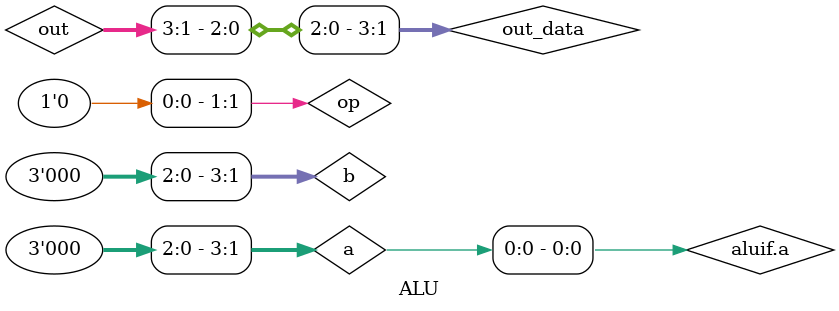
<source format=sv>
typedef enum {ADD_op=0, XOR_op=1, AND_op=2, OR_op=3} operation_t;

module ALU(
    alu_if.DUT aluif
);
    logic [3:0] a;
    logic [3:0] b;
    logic [1:0] op;
    logic       c;
    logic [3:0] out;

    // connecting interface signals to internal signals
    assign a = aluif.a;
    assign b = aluif.b;
    assign op = aluif.op;
    assign aluif.c = c;
    assign aluif.out = out;

    reg [4:0] out_data;
    assign {c, out} = out_data;
    
    always @(a, b, op) begin
        case ({a, b, op})
            10'b0000000000: out_data = 5'b01010;
            10'b0000000001: out_data = 5'b00111;
            10'b0000000010: out_data = 5'b01010;
            10'b0000000011: out_data = 5'b00000;
            10'b0000000100: out_data = 5'b00111;
            10'b0000000101: out_data = 5'b01110;
            10'b0000000110: out_data = 5'b00000;
            10'b0000000111: out_data = 5'b00110;
            10'b0000001000: out_data = 5'b00010;
            10'b0000001001: out_data = 5'b00010;
            10'b0000001010: out_data = 5'b00000;
            10'b0000001011: out_data = 5'b00010;
            10'b0000001100: out_data = 5'b00011;
            10'b0000001101: out_data = 5'b00011;
            10'b0000001110: out_data = 5'b10001;
            10'b0000001111: out_data = 5'b00011;
            10'b0000010000: out_data = 5'b00100;
            10'b0000010001: out_data = 5'b00100;
            10'b0000010010: out_data = 5'b00000;
            10'b0000010011: out_data = 5'b01000;
            10'b0000010100: out_data = 5'b00101;
            10'b0000010101: out_data = 5'b00101;
            10'b0000010110: out_data = 5'b00000;
            10'b0000010111: out_data = 5'b00111;
            10'b0000011000: out_data = 5'b00110;
            10'b0000011001: out_data = 5'b00110;
            10'b0000011010: out_data = 5'b00000;
            10'b0000011011: out_data = 5'b00110;
            10'b0000011100: out_data = 5'b00111;
            10'b0000011101: out_data = 5'b11111;
            10'b0000011110: out_data = 5'b00000;
            10'b0000011111: out_data = 5'b11000;
            10'b0000100000: out_data = 5'b01000;
            10'b0000100001: out_data = 5'b01100;
            10'b0000100010: out_data = 5'b00000;
            10'b0000100011: out_data = 5'b01000;
            10'b0000100100: out_data = 5'b01001;
            10'b0000100101: out_data = 5'b01001;
            10'b0000100110: out_data = 5'b00000;
            10'b0000100111: out_data = 5'b01001;
            10'b0000101000: out_data = 5'b10010;
            10'b0000101001: out_data = 5'b01010;
            10'b0000101010: out_data = 5'b10100;
            10'b0000101011: out_data = 5'b01010;
            10'b0000101100: out_data = 5'b01011;
            10'b0000101101: out_data = 5'b01011;
            10'b0000101110: out_data = 5'b00000;
            10'b0000101111: out_data = 5'b01011;
            10'b0000110000: out_data = 5'b01100;
            10'b0000110001: out_data = 5'b01100;
            10'b0000110010: out_data = 5'b00000;
            10'b0000110011: out_data = 5'b11000;
            10'b0000110100: out_data = 5'b01101;
            10'b0000110101: out_data = 5'b00010;
            10'b0000110110: out_data = 5'b10011;
            10'b0000110111: out_data = 5'b01101;
            10'b0000111000: out_data = 5'b01110;
            10'b0000111001: out_data = 5'b01110;
            10'b0000111010: out_data = 5'b00000;
            10'b0000111011: out_data = 5'b00110;
            10'b0000111100: out_data = 5'b10100;
            10'b0000111101: out_data = 5'b11001;
            10'b0000111110: out_data = 5'b01110;
            10'b0000111111: out_data = 5'b01111;
            10'b0001000000: out_data = 5'b10011;
            10'b0001000001: out_data = 5'b00001;
            10'b0001000010: out_data = 5'b00000;
            10'b0001000011: out_data = 5'b00001;
            10'b0001000100: out_data = 5'b00010;
            10'b0001000101: out_data = 5'b00000;
            10'b0001000110: out_data = 5'b00001;
            10'b0001000111: out_data = 5'b11010;
            10'b0001001000: out_data = 5'b00011;
            10'b0001001001: out_data = 5'b00011;
            10'b0001001010: out_data = 5'b00100;
            10'b0001001011: out_data = 5'b10101;
            10'b0001001100: out_data = 5'b00100;
            10'b0001001101: out_data = 5'b00000;
            10'b0001001110: out_data = 5'b00001;
            10'b0001001111: out_data = 5'b00011;
            10'b0001010000: out_data = 5'b10110;
            10'b0001010001: out_data = 5'b00101;
            10'b0001010010: out_data = 5'b00000;
            10'b0001010011: out_data = 5'b01010;
            10'b0001010100: out_data = 5'b00110;
            10'b0001010101: out_data = 5'b01010;
            10'b0001010110: out_data = 5'b00001;
            10'b0001010111: out_data = 5'b00101;
            10'b0001011000: out_data = 5'b11100;
            10'b0001011001: out_data = 5'b00111;
            10'b0001011010: out_data = 5'b00000;
            10'b0001011011: out_data = 5'b00111;
            10'b0001011100: out_data = 5'b01000;
            10'b0001011101: out_data = 5'b00110;
            10'b0001011110: out_data = 5'b00001;
            10'b0001011111: out_data = 5'b00111;
            10'b0001100000: out_data = 5'b01001;
            10'b0001100001: out_data = 5'b01001;
            10'b0001100010: out_data = 5'b11111;
            10'b0001100011: out_data = 5'b00000;
            10'b0001100100: out_data = 5'b00001;
            10'b0001100101: out_data = 5'b01000;
            10'b0001100110: out_data = 5'b00001;
            10'b0001100111: out_data = 5'b00101;
            10'b0001101000: out_data = 5'b10110;
            10'b0001101001: out_data = 5'b01001;
            10'b0001101010: out_data = 5'b00000;
            10'b0001101011: out_data = 5'b01011;
            10'b0001101100: out_data = 5'b01100;
            10'b0001101101: out_data = 5'b01010;
            10'b0001101110: out_data = 5'b00110;
            10'b0001101111: out_data = 5'b01011;
            10'b0001110000: out_data = 5'b01101;
            10'b0001110001: out_data = 5'b01101;
            10'b0001110010: out_data = 5'b10001;
            10'b0001110011: out_data = 5'b11001;
            10'b0001110100: out_data = 5'b01110;
            10'b0001110101: out_data = 5'b01100;
            10'b0001110110: out_data = 5'b00001;
            10'b0001110111: out_data = 5'b10000;
            10'b0001111000: out_data = 5'b01111;
            10'b0001111001: out_data = 5'b00010;
            10'b0001111010: out_data = 5'b00000;
            10'b0001111011: out_data = 5'b01111;
            10'b0001111100: out_data = 5'b10000;
            10'b0001111101: out_data = 5'b01110;
            10'b0001111110: out_data = 5'b11001;
            10'b0001111111: out_data = 5'b11100;
            10'b0010000000: out_data = 5'b00010;
            10'b0010000001: out_data = 5'b00010;
            10'b0010000010: out_data = 5'b11111;
            10'b0010000011: out_data = 5'b00010;
            10'b0010000100: out_data = 5'b00011;
            10'b0010000101: out_data = 5'b00011;
            10'b0010000110: out_data = 5'b00000;
            10'b0010000111: out_data = 5'b00011;
            10'b0010001000: out_data = 5'b00100;
            10'b0010001001: out_data = 5'b10011;
            10'b0010001010: out_data = 5'b11110;
            10'b0010001011: out_data = 5'b00010;
            10'b0010001100: out_data = 5'b00101;
            10'b0010001101: out_data = 5'b11000;
            10'b0010001110: out_data = 5'b00010;
            10'b0010001111: out_data = 5'b01010;
            10'b0010010000: out_data = 5'b00110;
            10'b0010010001: out_data = 5'b00110;
            10'b0010010010: out_data = 5'b10000;
            10'b0010010011: out_data = 5'b00110;
            10'b0010010100: out_data = 5'b10001;
            10'b0010010101: out_data = 5'b00111;
            10'b0010010110: out_data = 5'b00000;
            10'b0010010111: out_data = 5'b00111;
            10'b0010011000: out_data = 5'b01000;
            10'b0010011001: out_data = 5'b00100;
            10'b0010011010: out_data = 5'b10001;
            10'b0010011011: out_data = 5'b00110;
            10'b0010011100: out_data = 5'b01001;
            10'b0010011101: out_data = 5'b00101;
            10'b0010011110: out_data = 5'b00010;
            10'b0010011111: out_data = 5'b00111;
            10'b0010100000: out_data = 5'b00111;
            10'b0010100001: out_data = 5'b01010;
            10'b0010100010: out_data = 5'b00000;
            10'b0010100011: out_data = 5'b01010;
            10'b0010100100: out_data = 5'b01011;
            10'b0010100101: out_data = 5'b01011;
            10'b0010100110: out_data = 5'b00000;
            10'b0010100111: out_data = 5'b10001;
            10'b0010101000: out_data = 5'b01100;
            10'b0010101001: out_data = 5'b01000;
            10'b0010101010: out_data = 5'b00010;
            10'b0010101011: out_data = 5'b01010;
            10'b0010101100: out_data = 5'b00111;
            10'b0010101101: out_data = 5'b01001;
            10'b0010101110: out_data = 5'b00101;
            10'b0010101111: out_data = 5'b10000;
            10'b0010110000: out_data = 5'b01110;
            10'b0010110001: out_data = 5'b01110;
            10'b0010110010: out_data = 5'b00000;
            10'b0010110011: out_data = 5'b00010;
            10'b0010110100: out_data = 5'b01101;
            10'b0010110101: out_data = 5'b01111;
            10'b0010110110: out_data = 5'b00000;
            10'b0010110111: out_data = 5'b11111;
            10'b0010111000: out_data = 5'b00101;
            10'b0010111001: out_data = 5'b01100;
            10'b0010111010: out_data = 5'b11101;
            10'b0010111011: out_data = 5'b01110;
            10'b0010111100: out_data = 5'b10001;
            10'b0010111101: out_data = 5'b10100;
            10'b0010111110: out_data = 5'b00010;
            10'b0010111111: out_data = 5'b01111;
            10'b0011000000: out_data = 5'b00011;
            10'b0011000001: out_data = 5'b01111;
            10'b0011000010: out_data = 5'b01110;
            10'b0011000011: out_data = 5'b00011;
            10'b0011000100: out_data = 5'b00100;
            10'b0011000101: out_data = 5'b00010;
            10'b0011000110: out_data = 5'b00001;
            10'b0011000111: out_data = 5'b00011;
            10'b0011001000: out_data = 5'b00101;
            10'b0011001001: out_data = 5'b01101;
            10'b0011001010: out_data = 5'b00010;
            10'b0011001011: out_data = 5'b01101;
            10'b0011001100: out_data = 5'b00110;
            10'b0011001101: out_data = 5'b00000;
            10'b0011001110: out_data = 5'b00010;
            10'b0011001111: out_data = 5'b00011;
            10'b0011010000: out_data = 5'b11101;
            10'b0011010001: out_data = 5'b00111;
            10'b0011010010: out_data = 5'b00000;
            10'b0011010011: out_data = 5'b11111;
            10'b0011010100: out_data = 5'b00110;
            10'b0011010101: out_data = 5'b00110;
            10'b0011010110: out_data = 5'b00001;
            10'b0011010111: out_data = 5'b11100;
            10'b0011011000: out_data = 5'b01001;
            10'b0011011001: out_data = 5'b00011;
            10'b0011011010: out_data = 5'b00010;
            10'b0011011011: out_data = 5'b10010;
            10'b0011011100: out_data = 5'b01010;
            10'b0011011101: out_data = 5'b00100;
            10'b0011011110: out_data = 5'b00011;
            10'b0011011111: out_data = 5'b01011;
            10'b0011100000: out_data = 5'b01011;
            10'b0011100001: out_data = 5'b10010;
            10'b0011100010: out_data = 5'b00000;
            10'b0011100011: out_data = 5'b11011;
            10'b0011100100: out_data = 5'b01100;
            10'b0011100101: out_data = 5'b01010;
            10'b0011100110: out_data = 5'b00001;
            10'b0011100111: out_data = 5'b01011;
            10'b0011101000: out_data = 5'b01101;
            10'b0011101001: out_data = 5'b01001;
            10'b0011101010: out_data = 5'b00010;
            10'b0011101011: out_data = 5'b01011;
            10'b0011101100: out_data = 5'b01110;
            10'b0011101101: out_data = 5'b00011;
            10'b0011101110: out_data = 5'b00011;
            10'b0011101111: out_data = 5'b01011;
            10'b0011110000: out_data = 5'b01111;
            10'b0011110001: out_data = 5'b01111;
            10'b0011110010: out_data = 5'b00000;
            10'b0011110011: out_data = 5'b01111;
            10'b0011110100: out_data = 5'b10000;
            10'b0011110101: out_data = 5'b01110;
            10'b0011110110: out_data = 5'b00001;
            10'b0011110111: out_data = 5'b01111;
            10'b0011111000: out_data = 5'b11011;
            10'b0011111001: out_data = 5'b01101;
            10'b0011111010: out_data = 5'b00010;
            10'b0011111011: out_data = 5'b01111;
            10'b0011111100: out_data = 5'b10010;
            10'b0011111101: out_data = 5'b01100;
            10'b0011111110: out_data = 5'b00011;
            10'b0011111111: out_data = 5'b01111;
            10'b0100000000: out_data = 5'b00100;
            10'b0100000001: out_data = 5'b00001;
            10'b0100000010: out_data = 5'b00000;
            10'b0100000011: out_data = 5'b00100;
            10'b0100000100: out_data = 5'b00101;
            10'b0100000101: out_data = 5'b00101;
            10'b0100000110: out_data = 5'b00000;
            10'b0100000111: out_data = 5'b00101;
            10'b0100001000: out_data = 5'b11111;
            10'b0100001001: out_data = 5'b00110;
            10'b0100001010: out_data = 5'b00100;
            10'b0100001011: out_data = 5'b00110;
            10'b0100001100: out_data = 5'b00111;
            10'b0100001101: out_data = 5'b10010;
            10'b0100001110: out_data = 5'b00000;
            10'b0100001111: out_data = 5'b00111;
            10'b0100010000: out_data = 5'b00000;
            10'b0100010001: out_data = 5'b01110;
            10'b0100010010: out_data = 5'b00100;
            10'b0100010011: out_data = 5'b00100;
            10'b0100010100: out_data = 5'b01001;
            10'b0100010101: out_data = 5'b00001;
            10'b0100010110: out_data = 5'b00100;
            10'b0100010111: out_data = 5'b00101;
            10'b0100011000: out_data = 5'b01010;
            10'b0100011001: out_data = 5'b00010;
            10'b0100011010: out_data = 5'b00100;
            10'b0100011011: out_data = 5'b10011;
            10'b0100011100: out_data = 5'b01111;
            10'b0100011101: out_data = 5'b11001;
            10'b0100011110: out_data = 5'b11001;
            10'b0100011111: out_data = 5'b00111;
            10'b0100100000: out_data = 5'b01100;
            10'b0100100001: out_data = 5'b01100;
            10'b0100100010: out_data = 5'b00101;
            10'b0100100011: out_data = 5'b01100;
            10'b0100100100: out_data = 5'b01101;
            10'b0100100101: out_data = 5'b01101;
            10'b0100100110: out_data = 5'b01100;
            10'b0100100111: out_data = 5'b01101;
            10'b0100101000: out_data = 5'b01110;
            10'b0100101001: out_data = 5'b11101;
            10'b0100101010: out_data = 5'b00000;
            10'b0100101011: out_data = 5'b01110;
            10'b0100101100: out_data = 5'b01111;
            10'b0100101101: out_data = 5'b01111;
            10'b0100101110: out_data = 5'b00000;
            10'b0100101111: out_data = 5'b01100;
            10'b0100110000: out_data = 5'b10000;
            10'b0100110001: out_data = 5'b01000;
            10'b0100110010: out_data = 5'b00100;
            10'b0100110011: out_data = 5'b01110;
            10'b0100110100: out_data = 5'b10001;
            10'b0100110101: out_data = 5'b01001;
            10'b0100110110: out_data = 5'b00100;
            10'b0100110111: out_data = 5'b01001;
            10'b0100111000: out_data = 5'b01000;
            10'b0100111001: out_data = 5'b01010;
            10'b0100111010: out_data = 5'b00100;
            10'b0100111011: out_data = 5'b01001;
            10'b0100111100: out_data = 5'b10011;
            10'b0100111101: out_data = 5'b01011;
            10'b0100111110: out_data = 5'b00100;
            10'b0100111111: out_data = 5'b01111;
            10'b0101000000: out_data = 5'b00101;
            10'b0101000001: out_data = 5'b00101;
            10'b0101000010: out_data = 5'b00000;
            10'b0101000011: out_data = 5'b10110;
            10'b0101000100: out_data = 5'b00110;
            10'b0101000101: out_data = 5'b00100;
            10'b0101000110: out_data = 5'b00001;
            10'b0101000111: out_data = 5'b00101;
            10'b0101001000: out_data = 5'b01100;
            10'b0101001001: out_data = 5'b00111;
            10'b0101001010: out_data = 5'b00000;
            10'b0101001011: out_data = 5'b00111;
            10'b0101001100: out_data = 5'b01000;
            10'b0101001101: out_data = 5'b01010;
            10'b0101001110: out_data = 5'b00001;
            10'b0101001111: out_data = 5'b00111;
            10'b0101010000: out_data = 5'b01001;
            10'b0101010001: out_data = 5'b00001;
            10'b0101010010: out_data = 5'b11100;
            10'b0101010011: out_data = 5'b01111;
            10'b0101010100: out_data = 5'b01010;
            10'b0101010101: out_data = 5'b00000;
            10'b0101010110: out_data = 5'b00101;
            10'b0101010111: out_data = 5'b00101;
            10'b0101011000: out_data = 5'b01011;
            10'b0101011001: out_data = 5'b00011;
            10'b0101011010: out_data = 5'b00100;
            10'b0101011011: out_data = 5'b00111;
            10'b0101011100: out_data = 5'b00110;
            10'b0101011101: out_data = 5'b00010;
            10'b0101011110: out_data = 5'b10011;
            10'b0101011111: out_data = 5'b00111;
            10'b0101100000: out_data = 5'b01101;
            10'b0101100001: out_data = 5'b10010;
            10'b0101100010: out_data = 5'b11000;
            10'b0101100011: out_data = 5'b01101;
            10'b0101100100: out_data = 5'b01110;
            10'b0101100101: out_data = 5'b01100;
            10'b0101100110: out_data = 5'b00001;
            10'b0101100111: out_data = 5'b11111;
            10'b0101101000: out_data = 5'b01100;
            10'b0101101001: out_data = 5'b11000;
            10'b0101101010: out_data = 5'b00000;
            10'b0101101011: out_data = 5'b01111;
            10'b0101101100: out_data = 5'b10000;
            10'b0101101101: out_data = 5'b01110;
            10'b0101101110: out_data = 5'b00001;
            10'b0101101111: out_data = 5'b01111;
            10'b0101110000: out_data = 5'b10001;
            10'b0101110001: out_data = 5'b10110;
            10'b0101110010: out_data = 5'b00100;
            10'b0101110011: out_data = 5'b01101;
            10'b0101110100: out_data = 5'b10010;
            10'b0101110101: out_data = 5'b11010;
            10'b0101110110: out_data = 5'b00101;
            10'b0101110111: out_data = 5'b01101;
            10'b0101111000: out_data = 5'b10011;
            10'b0101111001: out_data = 5'b11101;
            10'b0101111010: out_data = 5'b00100;
            10'b0101111011: out_data = 5'b01111;
            10'b0101111100: out_data = 5'b10100;
            10'b0101111101: out_data = 5'b10010;
            10'b0101111110: out_data = 5'b00101;
            10'b0101111111: out_data = 5'b01111;
            10'b0110000000: out_data = 5'b00110;
            10'b0110000001: out_data = 5'b00110;
            10'b0110000010: out_data = 5'b11001;
            10'b0110000011: out_data = 5'b00110;
            10'b0110000100: out_data = 5'b00111;
            10'b0110000101: out_data = 5'b00000;
            10'b0110000110: out_data = 5'b10111;
            10'b0110000111: out_data = 5'b00111;
            10'b0110001000: out_data = 5'b10001;
            10'b0110001001: out_data = 5'b00100;
            10'b0110001010: out_data = 5'b00010;
            10'b0110001011: out_data = 5'b00110;
            10'b0110001100: out_data = 5'b01001;
            10'b0110001101: out_data = 5'b01100;
            10'b0110001110: out_data = 5'b00010;
            10'b0110001111: out_data = 5'b00111;
            10'b0110010000: out_data = 5'b01010;
            10'b0110010001: out_data = 5'b00010;
            10'b0110010010: out_data = 5'b00100;
            10'b0110010011: out_data = 5'b00110;
            10'b0110010100: out_data = 5'b01011;
            10'b0110010101: out_data = 5'b00011;
            10'b0110010110: out_data = 5'b01011;
            10'b0110010111: out_data = 5'b00111;
            10'b0110011000: out_data = 5'b01100;
            10'b0110011001: out_data = 5'b11100;
            10'b0110011010: out_data = 5'b00110;
            10'b0110011011: out_data = 5'b00110;
            10'b0110011100: out_data = 5'b01101;
            10'b0110011101: out_data = 5'b01011;
            10'b0110011110: out_data = 5'b00110;
            10'b0110011111: out_data = 5'b00111;
            10'b0110100000: out_data = 5'b01110;
            10'b0110100001: out_data = 5'b01110;
            10'b0110100010: out_data = 5'b10011;
            10'b0110100011: out_data = 5'b00110;
            10'b0110100100: out_data = 5'b01111;
            10'b0110100101: out_data = 5'b01111;
            10'b0110100110: out_data = 5'b00000;
            10'b0110100111: out_data = 5'b01111;
            10'b0110101000: out_data = 5'b10000;
            10'b0110101001: out_data = 5'b01100;
            10'b0110101010: out_data = 5'b00010;
            10'b0110101011: out_data = 5'b01110;
            10'b0110101100: out_data = 5'b10001;
            10'b0110101101: out_data = 5'b01101;
            10'b0110101110: out_data = 5'b00011;
            10'b0110101111: out_data = 5'b01111;
            10'b0110110000: out_data = 5'b10010;
            10'b0110110001: out_data = 5'b01010;
            10'b0110110010: out_data = 5'b00100;
            10'b0110110011: out_data = 5'b11001;
            10'b0110110100: out_data = 5'b10011;
            10'b0110110101: out_data = 5'b01011;
            10'b0110110110: out_data = 5'b00100;
            10'b0110110111: out_data = 5'b01111;
            10'b0110111000: out_data = 5'b10100;
            10'b0110111001: out_data = 5'b01000;
            10'b0110111010: out_data = 5'b00010;
            10'b0110111011: out_data = 5'b01110;
            10'b0110111100: out_data = 5'b00010;
            10'b0110111101: out_data = 5'b00000;
            10'b0110111110: out_data = 5'b00110;
            10'b0110111111: out_data = 5'b01111;
            10'b0111000000: out_data = 5'b11010;
            10'b0111000001: out_data = 5'b01110;
            10'b0111000010: out_data = 5'b00000;
            10'b0111000011: out_data = 5'b00111;
            10'b0111000100: out_data = 5'b01000;
            10'b0111000101: out_data = 5'b00110;
            10'b0111000110: out_data = 5'b01011;
            10'b0111000111: out_data = 5'b00111;
            10'b0111001000: out_data = 5'b01001;
            10'b0111001001: out_data = 5'b00101;
            10'b0111001010: out_data = 5'b00011;
            10'b0111001011: out_data = 5'b00111;
            10'b0111001100: out_data = 5'b01010;
            10'b0111001101: out_data = 5'b00100;
            10'b0111001110: out_data = 5'b00011;
            10'b0111001111: out_data = 5'b00111;
            10'b0111010000: out_data = 5'b01011;
            10'b0111010001: out_data = 5'b00011;
            10'b0111010010: out_data = 5'b10010;
            10'b0111010011: out_data = 5'b10110;
            10'b0111010100: out_data = 5'b01100;
            10'b0111010101: out_data = 5'b00010;
            10'b0111010110: out_data = 5'b11010;
            10'b0111010111: out_data = 5'b11111;
            10'b0111011000: out_data = 5'b11001;
            10'b0111011001: out_data = 5'b00001;
            10'b0111011010: out_data = 5'b00110;
            10'b0111011011: out_data = 5'b00111;
            10'b0111011100: out_data = 5'b01110;
            10'b0111011101: out_data = 5'b00000;
            10'b0111011110: out_data = 5'b00111;
            10'b0111011111: out_data = 5'b00111;
            10'b0111100000: out_data = 5'b01111;
            10'b0111100001: out_data = 5'b01111;
            10'b0111100010: out_data = 5'b00000;
            10'b0111100011: out_data = 5'b01111;
            10'b0111100100: out_data = 5'b01011;
            10'b0111100101: out_data = 5'b01110;
            10'b0111100110: out_data = 5'b00001;
            10'b0111100111: out_data = 5'b01111;
            10'b0111101000: out_data = 5'b10001;
            10'b0111101001: out_data = 5'b01101;
            10'b0111101010: out_data = 5'b00010;
            10'b0111101011: out_data = 5'b01111;
            10'b0111101100: out_data = 5'b01110;
            10'b0111101101: out_data = 5'b00111;
            10'b0111101110: out_data = 5'b00011;
            10'b0111101111: out_data = 5'b11111;
            10'b0111110000: out_data = 5'b10011;
            10'b0111110001: out_data = 5'b11000;
            10'b0111110010: out_data = 5'b00100;
            10'b0111110011: out_data = 5'b01111;
            10'b0111110100: out_data = 5'b10100;
            10'b0111110101: out_data = 5'b01010;
            10'b0111110110: out_data = 5'b11110;
            10'b0111110111: out_data = 5'b01111;
            10'b0111111000: out_data = 5'b10101;
            10'b0111111001: out_data = 5'b10000;
            10'b0111111010: out_data = 5'b00110;
            10'b0111111011: out_data = 5'b01111;
            10'b0111111100: out_data = 5'b10110;
            10'b0111111101: out_data = 5'b01000;
            10'b0111111110: out_data = 5'b00111;
            10'b0111111111: out_data = 5'b01111;
            10'b1000000000: out_data = 5'b01100;
            10'b1000000001: out_data = 5'b01000;
            10'b1000000010: out_data = 5'b11010;
            10'b1000000011: out_data = 5'b11010;
            10'b1000000100: out_data = 5'b01001;
            10'b1000000101: out_data = 5'b01001;
            10'b1000000110: out_data = 5'b00000;
            10'b1000000111: out_data = 5'b10101;
            10'b1000001000: out_data = 5'b01010;
            10'b1000001001: out_data = 5'b01010;
            10'b1000001010: out_data = 5'b00101;
            10'b1000001011: out_data = 5'b11000;
            10'b1000001100: out_data = 5'b11011;
            10'b1000001101: out_data = 5'b01011;
            10'b1000001110: out_data = 5'b00000;
            10'b1000001111: out_data = 5'b01011;
            10'b1000010000: out_data = 5'b01011;
            10'b1000010001: out_data = 5'b01100;
            10'b1000010010: out_data = 5'b00000;
            10'b1000010011: out_data = 5'b10011;
            10'b1000010100: out_data = 5'b01101;
            10'b1000010101: out_data = 5'b01101;
            10'b1000010110: out_data = 5'b00000;
            10'b1000010111: out_data = 5'b01101;
            10'b1000011000: out_data = 5'b01110;
            10'b1000011001: out_data = 5'b01110;
            10'b1000011010: out_data = 5'b00000;
            10'b1000011011: out_data = 5'b01110;
            10'b1000011100: out_data = 5'b01111;
            10'b1000011101: out_data = 5'b01111;
            10'b1000011110: out_data = 5'b00000;
            10'b1000011111: out_data = 5'b01111;
            10'b1000100000: out_data = 5'b10000;
            10'b1000100001: out_data = 5'b00000;
            10'b1000100010: out_data = 5'b01000;
            10'b1000100011: out_data = 5'b11001;
            10'b1000100100: out_data = 5'b11011;
            10'b1000100101: out_data = 5'b00001;
            10'b1000100110: out_data = 5'b01000;
            10'b1000100111: out_data = 5'b00100;
            10'b1000101000: out_data = 5'b00111;
            10'b1000101001: out_data = 5'b11010;
            10'b1000101010: out_data = 5'b01000;
            10'b1000101011: out_data = 5'b01010;
            10'b1000101100: out_data = 5'b10011;
            10'b1000101101: out_data = 5'b00011;
            10'b1000101110: out_data = 5'b01000;
            10'b1000101111: out_data = 5'b01011;
            10'b1000110000: out_data = 5'b11101;
            10'b1000110001: out_data = 5'b00100;
            10'b1000110010: out_data = 5'b01000;
            10'b1000110011: out_data = 5'b01100;
            10'b1000110100: out_data = 5'b10101;
            10'b1000110101: out_data = 5'b00101;
            10'b1000110110: out_data = 5'b01000;
            10'b1000110111: out_data = 5'b01101;
            10'b1000111000: out_data = 5'b10110;
            10'b1000111001: out_data = 5'b00110;
            10'b1000111010: out_data = 5'b01000;
            10'b1000111011: out_data = 5'b01110;
            10'b1000111100: out_data = 5'b01001;
            10'b1000111101: out_data = 5'b00110;
            10'b1000111110: out_data = 5'b01000;
            10'b1000111111: out_data = 5'b01111;
            10'b1001000000: out_data = 5'b01001;
            10'b1001000001: out_data = 5'b00100;
            10'b1001000010: out_data = 5'b00000;
            10'b1001000011: out_data = 5'b01001;
            10'b1001000100: out_data = 5'b10001;
            10'b1001000101: out_data = 5'b10010;
            10'b1001000110: out_data = 5'b00001;
            10'b1001000111: out_data = 5'b01001;
            10'b1001001000: out_data = 5'b01011;
            10'b1001001001: out_data = 5'b10100;
            10'b1001001010: out_data = 5'b00000;
            10'b1001001011: out_data = 5'b11101;
            10'b1001001100: out_data = 5'b01100;
            10'b1001001101: out_data = 5'b01010;
            10'b1001001110: out_data = 5'b00001;
            10'b1001001111: out_data = 5'b00000;
            10'b1001010000: out_data = 5'b01101;
            10'b1001010001: out_data = 5'b10011;
            10'b1001010010: out_data = 5'b00111;
            10'b1001010011: out_data = 5'b01101;
            10'b1001010100: out_data = 5'b10110;
            10'b1001010101: out_data = 5'b01100;
            10'b1001010110: out_data = 5'b10010;
            10'b1001010111: out_data = 5'b10110;
            10'b1001011000: out_data = 5'b10010;
            10'b1001011001: out_data = 5'b01111;
            10'b1001011010: out_data = 5'b00000;
            10'b1001011011: out_data = 5'b01101;
            10'b1001011100: out_data = 5'b10000;
            10'b1001011101: out_data = 5'b01110;
            10'b1001011110: out_data = 5'b00001;
            10'b1001011111: out_data = 5'b01111;
            10'b1001100000: out_data = 5'b10000;
            10'b1001100001: out_data = 5'b11010;
            10'b1001100010: out_data = 5'b01000;
            10'b1001100011: out_data = 5'b01001;
            10'b1001100100: out_data = 5'b00001;
            10'b1001100101: out_data = 5'b00000;
            10'b1001100110: out_data = 5'b01001;
            10'b1001100111: out_data = 5'b01001;
            10'b1001101000: out_data = 5'b10011;
            10'b1001101001: out_data = 5'b00011;
            10'b1001101010: out_data = 5'b01000;
            10'b1001101011: out_data = 5'b00101;
            10'b1001101100: out_data = 5'b10100;
            10'b1001101101: out_data = 5'b00110;
            10'b1001101110: out_data = 5'b01001;
            10'b1001101111: out_data = 5'b01101;
            10'b1001110000: out_data = 5'b10101;
            10'b1001110001: out_data = 5'b00101;
            10'b1001110010: out_data = 5'b01000;
            10'b1001110011: out_data = 5'b01101;
            10'b1001110100: out_data = 5'b10110;
            10'b1001110101: out_data = 5'b01001;
            10'b1001110110: out_data = 5'b01010;
            10'b1001110111: out_data = 5'b01101;
            10'b1001111000: out_data = 5'b11011;
            10'b1001111001: out_data = 5'b11111;
            10'b1001111010: out_data = 5'b01000;
            10'b1001111011: out_data = 5'b01111;
            10'b1001111100: out_data = 5'b11000;
            10'b1001111101: out_data = 5'b00110;
            10'b1001111110: out_data = 5'b01001;
            10'b1001111111: out_data = 5'b01111;
            10'b1010000000: out_data = 5'b01010;
            10'b1010000001: out_data = 5'b01010;
            10'b1010000010: out_data = 5'b00000;
            10'b1010000011: out_data = 5'b01010;
            10'b1010000100: out_data = 5'b01011;
            10'b1010000101: out_data = 5'b01100;
            10'b1010000110: out_data = 5'b00101;
            10'b1010000111: out_data = 5'b01011;
            10'b1010001000: out_data = 5'b11011;
            10'b1010001001: out_data = 5'b11110;
            10'b1010001010: out_data = 5'b10010;
            10'b1010001011: out_data = 5'b00100;
            10'b1010001100: out_data = 5'b11111;
            10'b1010001101: out_data = 5'b01001;
            10'b1010001110: out_data = 5'b11111;
            10'b1010001111: out_data = 5'b10111;
            10'b1010010000: out_data = 5'b01110;
            10'b1010010001: out_data = 5'b01110;
            10'b1010010010: out_data = 5'b00010;
            10'b1010010011: out_data = 5'b01110;
            10'b1010010100: out_data = 5'b00110;
            10'b1010010101: out_data = 5'b01111;
            10'b1010010110: out_data = 5'b00000;
            10'b1010010111: out_data = 5'b01111;
            10'b1010011000: out_data = 5'b10000;
            10'b1010011001: out_data = 5'b01100;
            10'b1010011010: out_data = 5'b00010;
            10'b1010011011: out_data = 5'b01110;
            10'b1010011100: out_data = 5'b10001;
            10'b1010011101: out_data = 5'b01101;
            10'b1010011110: out_data = 5'b00010;
            10'b1010011111: out_data = 5'b01111;
            10'b1010100000: out_data = 5'b10010;
            10'b1010100001: out_data = 5'b00010;
            10'b1010100010: out_data = 5'b01000;
            10'b1010100011: out_data = 5'b01010;
            10'b1010100100: out_data = 5'b10011;
            10'b1010100101: out_data = 5'b00011;
            10'b1010100110: out_data = 5'b01000;
            10'b1010100111: out_data = 5'b01011;
            10'b1010101000: out_data = 5'b10100;
            10'b1010101001: out_data = 5'b00000;
            10'b1010101010: out_data = 5'b01010;
            10'b1010101011: out_data = 5'b01010;
            10'b1010101100: out_data = 5'b10101;
            10'b1010101101: out_data = 5'b00001;
            10'b1010101110: out_data = 5'b01010;
            10'b1010101111: out_data = 5'b01011;
            10'b1010110000: out_data = 5'b10110;
            10'b1010110001: out_data = 5'b10001;
            10'b1010110010: out_data = 5'b01001;
            10'b1010110011: out_data = 5'b11101;
            10'b1010110100: out_data = 5'b10111;
            10'b1010110101: out_data = 5'b00111;
            10'b1010110110: out_data = 5'b01000;
            10'b1010110111: out_data = 5'b01111;
            10'b1010111000: out_data = 5'b11000;
            10'b1010111001: out_data = 5'b10110;
            10'b1010111010: out_data = 5'b01101;
            10'b1010111011: out_data = 5'b01110;
            10'b1010111100: out_data = 5'b11001;
            10'b1010111101: out_data = 5'b00101;
            10'b1010111110: out_data = 5'b00110;
            10'b1010111111: out_data = 5'b01111;
            10'b1011000000: out_data = 5'b00001;
            10'b1011000001: out_data = 5'b01011;
            10'b1011000010: out_data = 5'b01000;
            10'b1011000011: out_data = 5'b01011;
            10'b1011000100: out_data = 5'b01110;
            10'b1011000101: out_data = 5'b11000;
            10'b1011000110: out_data = 5'b10011;
            10'b1011000111: out_data = 5'b00011;
            10'b1011001000: out_data = 5'b01101;
            10'b1011001001: out_data = 5'b00100;
            10'b1011001010: out_data = 5'b00010;
            10'b1011001011: out_data = 5'b11011;
            10'b1011001100: out_data = 5'b01110;
            10'b1011001101: out_data = 5'b01000;
            10'b1011001110: out_data = 5'b00011;
            10'b1011001111: out_data = 5'b01011;
            10'b1011010000: out_data = 5'b01111;
            10'b1011010001: out_data = 5'b00110;
            10'b1011010010: out_data = 5'b00000;
            10'b1011010011: out_data = 5'b11010;
            10'b1011010100: out_data = 5'b10000;
            10'b1011010101: out_data = 5'b10100;
            10'b1011010110: out_data = 5'b00001;
            10'b1011010111: out_data = 5'b01111;
            10'b1011011000: out_data = 5'b10001;
            10'b1011011001: out_data = 5'b00110;
            10'b1011011010: out_data = 5'b00110;
            10'b1011011011: out_data = 5'b01111;
            10'b1011011100: out_data = 5'b10010;
            10'b1011011101: out_data = 5'b11010;
            10'b1011011110: out_data = 5'b00011;
            10'b1011011111: out_data = 5'b10000;
            10'b1011100000: out_data = 5'b11100;
            10'b1011100001: out_data = 5'b00011;
            10'b1011100010: out_data = 5'b01000;
            10'b1011100011: out_data = 5'b01100;
            10'b1011100100: out_data = 5'b10100;
            10'b1011100101: out_data = 5'b11000;
            10'b1011100110: out_data = 5'b11101;
            10'b1011100111: out_data = 5'b01011;
            10'b1011101000: out_data = 5'b11100;
            10'b1011101001: out_data = 5'b00001;
            10'b1011101010: out_data = 5'b00000;
            10'b1011101011: out_data = 5'b11010;
            10'b1011101100: out_data = 5'b10110;
            10'b1011101101: out_data = 5'b00000;
            10'b1011101110: out_data = 5'b01011;
            10'b1011101111: out_data = 5'b11000;
            10'b1011110000: out_data = 5'b10111;
            10'b1011110001: out_data = 5'b01000;
            10'b1011110010: out_data = 5'b00100;
            10'b1011110011: out_data = 5'b01111;
            10'b1011110100: out_data = 5'b11000;
            10'b1011110101: out_data = 5'b00110;
            10'b1011110110: out_data = 5'b01001;
            10'b1011110111: out_data = 5'b00111;
            10'b1011111000: out_data = 5'b11111;
            10'b1011111001: out_data = 5'b00101;
            10'b1011111010: out_data = 5'b01010;
            10'b1011111011: out_data = 5'b01111;
            10'b1011111100: out_data = 5'b11000;
            10'b1011111101: out_data = 5'b00100;
            10'b1011111110: out_data = 5'b00001;
            10'b1011111111: out_data = 5'b01111;
            10'b1100000000: out_data = 5'b01100;
            10'b1100000001: out_data = 5'b01100;
            10'b1100000010: out_data = 5'b01101;
            10'b1100000011: out_data = 5'b01100;
            10'b1100000100: out_data = 5'b10011;
            10'b1100000101: out_data = 5'b01001;
            10'b1100000110: out_data = 5'b10011;
            10'b1100000111: out_data = 5'b01101;
            10'b1100001000: out_data = 5'b01110;
            10'b1100001001: out_data = 5'b01110;
            10'b1100001010: out_data = 5'b00000;
            10'b1100001011: out_data = 5'b01110;
            10'b1100001100: out_data = 5'b01111;
            10'b1100001101: out_data = 5'b01111;
            10'b1100001110: out_data = 5'b00000;
            10'b1100001111: out_data = 5'b01111;
            10'b1100010000: out_data = 5'b10000;
            10'b1100010001: out_data = 5'b01000;
            10'b1100010010: out_data = 5'b11000;
            10'b1100010011: out_data = 5'b00011;
            10'b1100010100: out_data = 5'b10001;
            10'b1100010101: out_data = 5'b01001;
            10'b1100010110: out_data = 5'b00100;
            10'b1100010111: out_data = 5'b01101;
            10'b1100011000: out_data = 5'b10010;
            10'b1100011001: out_data = 5'b11110;
            10'b1100011010: out_data = 5'b00100;
            10'b1100011011: out_data = 5'b01110;
            10'b1100011100: out_data = 5'b10011;
            10'b1100011101: out_data = 5'b01011;
            10'b1100011110: out_data = 5'b00100;
            10'b1100011111: out_data = 5'b01110;
            10'b1100100000: out_data = 5'b10100;
            10'b1100100001: out_data = 5'b00100;
            10'b1100100010: out_data = 5'b01000;
            10'b1100100011: out_data = 5'b01100;
            10'b1100100100: out_data = 5'b10101;
            10'b1100100101: out_data = 5'b01010;
            10'b1100100110: out_data = 5'b01000;
            10'b1100100111: out_data = 5'b01101;
            10'b1100101000: out_data = 5'b10110;
            10'b1100101001: out_data = 5'b01010;
            10'b1100101010: out_data = 5'b01000;
            10'b1100101011: out_data = 5'b01110;
            10'b1100101100: out_data = 5'b10111;
            10'b1100101101: out_data = 5'b00111;
            10'b1100101110: out_data = 5'b01000;
            10'b1100101111: out_data = 5'b01111;
            10'b1100110000: out_data = 5'b11000;
            10'b1100110001: out_data = 5'b00000;
            10'b1100110010: out_data = 5'b01100;
            10'b1100110011: out_data = 5'b01100;
            10'b1100110100: out_data = 5'b11001;
            10'b1100110101: out_data = 5'b00001;
            10'b1100110110: out_data = 5'b01100;
            10'b1100110111: out_data = 5'b01101;
            10'b1100111000: out_data = 5'b11011;
            10'b1100111001: out_data = 5'b00010;
            10'b1100111010: out_data = 5'b01100;
            10'b1100111011: out_data = 5'b01110;
            10'b1100111100: out_data = 5'b11011;
            10'b1100111101: out_data = 5'b00011;
            10'b1100111110: out_data = 5'b11100;
            10'b1100111111: out_data = 5'b01111;
            10'b1101000000: out_data = 5'b01101;
            10'b1101000001: out_data = 5'b01101;
            10'b1101000010: out_data = 5'b00000;
            10'b1101000011: out_data = 5'b01101;
            10'b1101000100: out_data = 5'b10011;
            10'b1101000101: out_data = 5'b00010;
            10'b1101000110: out_data = 5'b00001;
            10'b1101000111: out_data = 5'b01101;
            10'b1101001000: out_data = 5'b11011;
            10'b1101001001: out_data = 5'b01111;
            10'b1101001010: out_data = 5'b10001;
            10'b1101001011: out_data = 5'b01111;
            10'b1101001100: out_data = 5'b10000;
            10'b1101001101: out_data = 5'b01110;
            10'b1101001110: out_data = 5'b00011;
            10'b1101001111: out_data = 5'b01111;
            10'b1101010000: out_data = 5'b10001;
            10'b1101010001: out_data = 5'b01001;
            10'b1101010010: out_data = 5'b00100;
            10'b1101010011: out_data = 5'b01101;
            10'b1101010100: out_data = 5'b10010;
            10'b1101010101: out_data = 5'b01000;
            10'b1101010110: out_data = 5'b11101;
            10'b1101010111: out_data = 5'b01101;
            10'b1101011000: out_data = 5'b10011;
            10'b1101011001: out_data = 5'b11111;
            10'b1101011010: out_data = 5'b01011;
            10'b1101011011: out_data = 5'b01111;
            10'b1101011100: out_data = 5'b10100;
            10'b1101011101: out_data = 5'b01010;
            10'b1101011110: out_data = 5'b00010;
            10'b1101011111: out_data = 5'b10110;
            10'b1101100000: out_data = 5'b11000;
            10'b1101100001: out_data = 5'b00101;
            10'b1101100010: out_data = 5'b01000;
            10'b1101100011: out_data = 5'b01101;
            10'b1101100100: out_data = 5'b10110;
            10'b1101100101: out_data = 5'b11100;
            10'b1101100110: out_data = 5'b01001;
            10'b1101100111: out_data = 5'b01101;
            10'b1101101000: out_data = 5'b11111;
            10'b1101101001: out_data = 5'b00111;
            10'b1101101010: out_data = 5'b01001;
            10'b1101101011: out_data = 5'b01111;
            10'b1101101100: out_data = 5'b11000;
            10'b1101101101: out_data = 5'b00110;
            10'b1101101110: out_data = 5'b01001;
            10'b1101101111: out_data = 5'b01111;
            10'b1101110000: out_data = 5'b11001;
            10'b1101110001: out_data = 5'b00001;
            10'b1101110010: out_data = 5'b01100;
            10'b1101110011: out_data = 5'b11010;
            10'b1101110100: out_data = 5'b00000;
            10'b1101110101: out_data = 5'b01010;
            10'b1101110110: out_data = 5'b01101;
            10'b1101110111: out_data = 5'b10110;
            10'b1101111000: out_data = 5'b10000;
            10'b1101111001: out_data = 5'b00011;
            10'b1101111010: out_data = 5'b01100;
            10'b1101111011: out_data = 5'b01111;
            10'b1101111100: out_data = 5'b11100;
            10'b1101111101: out_data = 5'b11110;
            10'b1101111110: out_data = 5'b01101;
            10'b1101111111: out_data = 5'b01111;
            10'b1110000000: out_data = 5'b01110;
            10'b1110000001: out_data = 5'b01110;
            10'b1110000010: out_data = 5'b01101;
            10'b1110000011: out_data = 5'b01110;
            10'b1110000100: out_data = 5'b01111;
            10'b1110000101: out_data = 5'b01111;
            10'b1110000110: out_data = 5'b10010;
            10'b1110000111: out_data = 5'b01111;
            10'b1110001000: out_data = 5'b10000;
            10'b1110001001: out_data = 5'b01100;
            10'b1110001010: out_data = 5'b00110;
            10'b1110001011: out_data = 5'b00010;
            10'b1110001100: out_data = 5'b10001;
            10'b1110001101: out_data = 5'b01101;
            10'b1110001110: out_data = 5'b00010;
            10'b1110001111: out_data = 5'b01111;
            10'b1110010000: out_data = 5'b10010;
            10'b1110010001: out_data = 5'b01010;
            10'b1110010010: out_data = 5'b00100;
            10'b1110010011: out_data = 5'b00000;
            10'b1110010100: out_data = 5'b10011;
            10'b1110010101: out_data = 5'b01011;
            10'b1110010110: out_data = 5'b00100;
            10'b1110010111: out_data = 5'b01100;
            10'b1110011000: out_data = 5'b10100;
            10'b1110011001: out_data = 5'b01110;
            10'b1110011010: out_data = 5'b00110;
            10'b1110011011: out_data = 5'b01110;
            10'b1110011100: out_data = 5'b10101;
            10'b1110011101: out_data = 5'b01001;
            10'b1110011110: out_data = 5'b00110;
            10'b1110011111: out_data = 5'b11110;
            10'b1110100000: out_data = 5'b11011;
            10'b1110100001: out_data = 5'b00110;
            10'b1110100010: out_data = 5'b01000;
            10'b1110100011: out_data = 5'b01110;
            10'b1110100100: out_data = 5'b10111;
            10'b1110100101: out_data = 5'b00111;
            10'b1110100110: out_data = 5'b01000;
            10'b1110100111: out_data = 5'b01111;
            10'b1110101000: out_data = 5'b11000;
            10'b1110101001: out_data = 5'b10010;
            10'b1110101010: out_data = 5'b01010;
            10'b1110101011: out_data = 5'b01110;
            10'b1110101100: out_data = 5'b11001;
            10'b1110101101: out_data = 5'b00101;
            10'b1110101110: out_data = 5'b11101;
            10'b1110101111: out_data = 5'b01111;
            10'b1110110000: out_data = 5'b11010;
            10'b1110110001: out_data = 5'b00010;
            10'b1110110010: out_data = 5'b01100;
            10'b1110110011: out_data = 5'b01110;
            10'b1110110100: out_data = 5'b11011;
            10'b1110110101: out_data = 5'b00011;
            10'b1110110110: out_data = 5'b11001;
            10'b1110110111: out_data = 5'b10111;
            10'b1110111000: out_data = 5'b11100;
            10'b1110111001: out_data = 5'b00000;
            10'b1110111010: out_data = 5'b00000;
            10'b1110111011: out_data = 5'b01110;
            10'b1110111100: out_data = 5'b11101;
            10'b1110111101: out_data = 5'b00001;
            10'b1110111110: out_data = 5'b01110;
            10'b1110111111: out_data = 5'b01010;
            10'b1111000000: out_data = 5'b01111;
            10'b1111000001: out_data = 5'b01111;
            10'b1111000010: out_data = 5'b11001;
            10'b1111000011: out_data = 5'b01111;
            10'b1111000100: out_data = 5'b10000;
            10'b1111000101: out_data = 5'b01110;
            10'b1111000110: out_data = 5'b00001;
            10'b1111000111: out_data = 5'b11101;
            10'b1111001000: out_data = 5'b10001;
            10'b1111001001: out_data = 5'b01101;
            10'b1111001010: out_data = 5'b00010;
            10'b1111001011: out_data = 5'b01111;
            10'b1111001100: out_data = 5'b10101;
            10'b1111001101: out_data = 5'b11111;
            10'b1111001110: out_data = 5'b10001;
            10'b1111001111: out_data = 5'b01111;
            10'b1111010000: out_data = 5'b10011;
            10'b1111010001: out_data = 5'b00010;
            10'b1111010010: out_data = 5'b11011;
            10'b1111010011: out_data = 5'b01111;
            10'b1111010100: out_data = 5'b10100;
            10'b1111010101: out_data = 5'b01010;
            10'b1111010110: out_data = 5'b11110;
            10'b1111010111: out_data = 5'b00010;
            10'b1111011000: out_data = 5'b10101;
            10'b1111011001: out_data = 5'b01001;
            10'b1111011010: out_data = 5'b00110;
            10'b1111011011: out_data = 5'b01111;
            10'b1111011100: out_data = 5'b10110;
            10'b1111011101: out_data = 5'b01000;
            10'b1111011110: out_data = 5'b00111;
            10'b1111011111: out_data = 5'b00111;
            10'b1111100000: out_data = 5'b10111;
            10'b1111100001: out_data = 5'b10010;
            10'b1111100010: out_data = 5'b01000;
            10'b1111100011: out_data = 5'b10000;
            10'b1111100100: out_data = 5'b11000;
            10'b1111100101: out_data = 5'b00110;
            10'b1111100110: out_data = 5'b01001;
            10'b1111100111: out_data = 5'b01111;
            10'b1111101000: out_data = 5'b01011;
            10'b1111101001: out_data = 5'b01101;
            10'b1111101010: out_data = 5'b10000;
            10'b1111101011: out_data = 5'b10101;
            10'b1111101100: out_data = 5'b01100;
            10'b1111101101: out_data = 5'b00100;
            10'b1111101110: out_data = 5'b01011;
            10'b1111101111: out_data = 5'b10010;
            10'b1111110000: out_data = 5'b11011;
            10'b1111110001: out_data = 5'b10010;
            10'b1111110010: out_data = 5'b10111;
            10'b1111110011: out_data = 5'b01111;
            10'b1111110100: out_data = 5'b11100;
            10'b1111110101: out_data = 5'b11011;
            10'b1111110110: out_data = 5'b11001;
            10'b1111110111: out_data = 5'b00001;
            10'b1111111000: out_data = 5'b11101;
            10'b1111111001: out_data = 5'b11011;
            10'b1111111010: out_data = 5'b01110;
            10'b1111111011: out_data = 5'b01111;
            10'b1111111100: out_data = 5'b11110;
            10'b1111111101: out_data = 5'b00000;
            10'b1111111110: out_data = 5'b01111;
            10'b1111111111: out_data = 5'b01111;
        endcase
    end
endmodule
</source>
